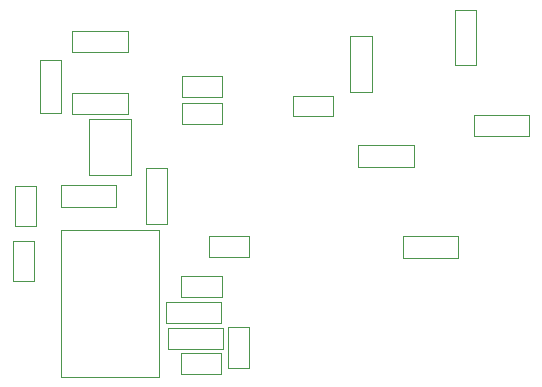
<source format=gbr>
G04 #@! TF.GenerationSoftware,KiCad,Pcbnew,5.1.6-c6e7f7d~87~ubuntu18.04.1*
G04 #@! TF.CreationDate,2020-10-13T20:33:34+05:30*
G04 #@! TF.ProjectId,BackEnd_4S_v1,4261636b-456e-4645-9f34-535f76312e6b,rev?*
G04 #@! TF.SameCoordinates,Original*
G04 #@! TF.FileFunction,Other,User*
%FSLAX46Y46*%
G04 Gerber Fmt 4.6, Leading zero omitted, Abs format (unit mm)*
G04 Created by KiCad (PCBNEW 5.1.6-c6e7f7d~87~ubuntu18.04.1) date 2020-10-13 20:33:34*
%MOMM*%
%LPD*%
G01*
G04 APERTURE LIST*
%ADD10C,0.050000*%
G04 APERTURE END LIST*
D10*
X173245000Y-53252900D02*
X173245000Y-48752900D01*
X173245000Y-53252900D02*
X171495000Y-53252900D01*
X171495000Y-48752900D02*
X173245000Y-48752900D01*
X171495000Y-48752900D02*
X171495000Y-53252900D01*
X206884000Y-63694700D02*
X202184000Y-63694700D01*
X206884000Y-63694700D02*
X206884000Y-65494700D01*
X202184000Y-65494700D02*
X202184000Y-63694700D01*
X202184000Y-65494700D02*
X206884000Y-65494700D01*
X181546000Y-63145400D02*
X181546000Y-75645400D01*
X173246000Y-63145400D02*
X181546000Y-63145400D01*
X173246000Y-75645400D02*
X173246000Y-63145400D01*
X181546000Y-75645400D02*
X173246000Y-75645400D01*
X179183000Y-58491100D02*
X179183000Y-53731100D01*
X179183000Y-58491100D02*
X175583000Y-58491100D01*
X175583000Y-53731100D02*
X179183000Y-53731100D01*
X175583000Y-53731100D02*
X175583000Y-58491100D01*
X169206000Y-67447900D02*
X170966000Y-67447900D01*
X169206000Y-64047900D02*
X169206000Y-67447900D01*
X170966000Y-64047900D02*
X169206000Y-64047900D01*
X170966000Y-67447900D02*
X170966000Y-64047900D01*
X185805000Y-63702000D02*
X185805000Y-65462000D01*
X189205000Y-63702000D02*
X185805000Y-63702000D01*
X189205000Y-65462000D02*
X189205000Y-63702000D01*
X185805000Y-65462000D02*
X189205000Y-65462000D01*
X183375000Y-73549600D02*
X183375000Y-75309600D01*
X186775000Y-73549600D02*
X183375000Y-73549600D01*
X186775000Y-75309600D02*
X186775000Y-73549600D01*
X183375000Y-75309600D02*
X186775000Y-75309600D01*
X183476000Y-51880700D02*
X186876000Y-51880700D01*
X186876000Y-51880700D02*
X186876000Y-50120700D01*
X186876000Y-50120700D02*
X183476000Y-50120700D01*
X183476000Y-50120700D02*
X183476000Y-51880700D01*
X186891000Y-52388900D02*
X183491000Y-52388900D01*
X183491000Y-52388900D02*
X183491000Y-54148900D01*
X183491000Y-54148900D02*
X186891000Y-54148900D01*
X186891000Y-54148900D02*
X186891000Y-52388900D01*
X183452000Y-67070100D02*
X183452000Y-68830100D01*
X186852000Y-67070100D02*
X183452000Y-67070100D01*
X186852000Y-68830100D02*
X186852000Y-67070100D01*
X183452000Y-68830100D02*
X186852000Y-68830100D01*
X196259000Y-51786900D02*
X192859000Y-51786900D01*
X192859000Y-51786900D02*
X192859000Y-53546900D01*
X192859000Y-53546900D02*
X196259000Y-53546900D01*
X196259000Y-53546900D02*
X196259000Y-51786900D01*
X171096000Y-59435300D02*
X169336000Y-59435300D01*
X171096000Y-62835300D02*
X171096000Y-59435300D01*
X169336000Y-62835300D02*
X171096000Y-62835300D01*
X169336000Y-59435300D02*
X169336000Y-62835300D01*
X187408000Y-71411400D02*
X187408000Y-74811400D01*
X187408000Y-74811400D02*
X189168000Y-74811400D01*
X189168000Y-74811400D02*
X189168000Y-71411400D01*
X189168000Y-71411400D02*
X187408000Y-71411400D01*
X182129000Y-71049700D02*
X186829000Y-71049700D01*
X182129000Y-71049700D02*
X182129000Y-69249700D01*
X186829000Y-69249700D02*
X186829000Y-71049700D01*
X186829000Y-69249700D02*
X182129000Y-69249700D01*
X178890000Y-46298300D02*
X174190000Y-46298300D01*
X178890000Y-46298300D02*
X178890000Y-48098300D01*
X174190000Y-48098300D02*
X174190000Y-46298300D01*
X174190000Y-48098300D02*
X178890000Y-48098300D01*
X174188000Y-53368800D02*
X178888000Y-53368800D01*
X174188000Y-53368800D02*
X174188000Y-51568800D01*
X178888000Y-51568800D02*
X178888000Y-53368800D01*
X178888000Y-51568800D02*
X174188000Y-51568800D01*
X199546000Y-51453300D02*
X199546000Y-46753300D01*
X199546000Y-51453300D02*
X197746000Y-51453300D01*
X197746000Y-46753300D02*
X199546000Y-46753300D01*
X197746000Y-46753300D02*
X197746000Y-51453300D01*
X186970000Y-71421400D02*
X182270000Y-71421400D01*
X186970000Y-71421400D02*
X186970000Y-73221400D01*
X182270000Y-73221400D02*
X182270000Y-71421400D01*
X182270000Y-73221400D02*
X186970000Y-73221400D01*
X203109000Y-55996000D02*
X198409000Y-55996000D01*
X203109000Y-55996000D02*
X203109000Y-57796000D01*
X198409000Y-57796000D02*
X198409000Y-55996000D01*
X198409000Y-57796000D02*
X203109000Y-57796000D01*
X212884000Y-53435700D02*
X208184000Y-53435700D01*
X212884000Y-53435700D02*
X212884000Y-55235700D01*
X208184000Y-55235700D02*
X208184000Y-53435700D01*
X208184000Y-55235700D02*
X212884000Y-55235700D01*
X206585000Y-44502800D02*
X206585000Y-49202800D01*
X206585000Y-44502800D02*
X208385000Y-44502800D01*
X208385000Y-49202800D02*
X206585000Y-49202800D01*
X208385000Y-49202800D02*
X208385000Y-44502800D01*
X177938000Y-59379300D02*
X173238000Y-59379300D01*
X177938000Y-59379300D02*
X177938000Y-61179300D01*
X173238000Y-61179300D02*
X173238000Y-59379300D01*
X173238000Y-61179300D02*
X177938000Y-61179300D01*
X180426000Y-57928000D02*
X180426000Y-62628000D01*
X180426000Y-57928000D02*
X182226000Y-57928000D01*
X182226000Y-62628000D02*
X180426000Y-62628000D01*
X182226000Y-62628000D02*
X182226000Y-57928000D01*
M02*

</source>
